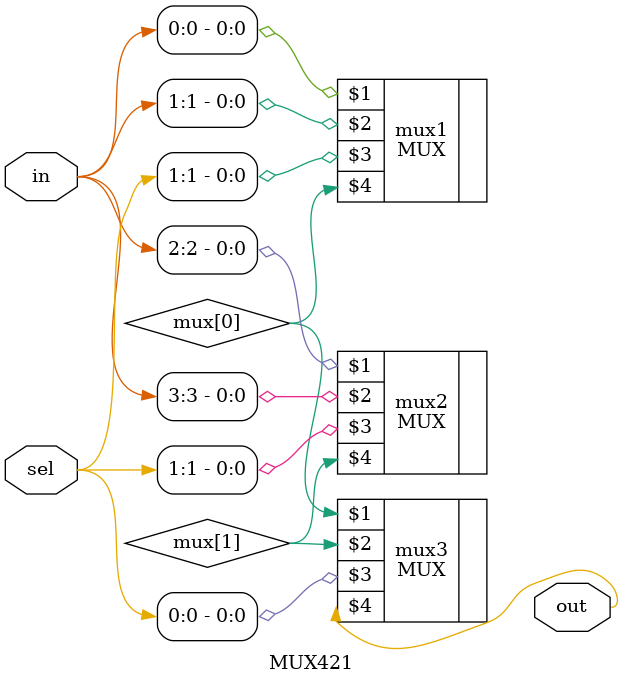
<source format=v>
`include "mux.v"
module MUX421(in, sel, out);
  input 	[3:0] in;
  input 	[1:0] sel;
  output 	out;
  reg 		out;
  wire 		mux[1:0];

  MUX mux1(in[0], in[1], sel[1], mux[0]);
  MUX mux2(in[2], in[3], sel[1], mux[1]);
  MUX mux3(mux[0], mux[1], sel[0], out);
endmodule

</source>
